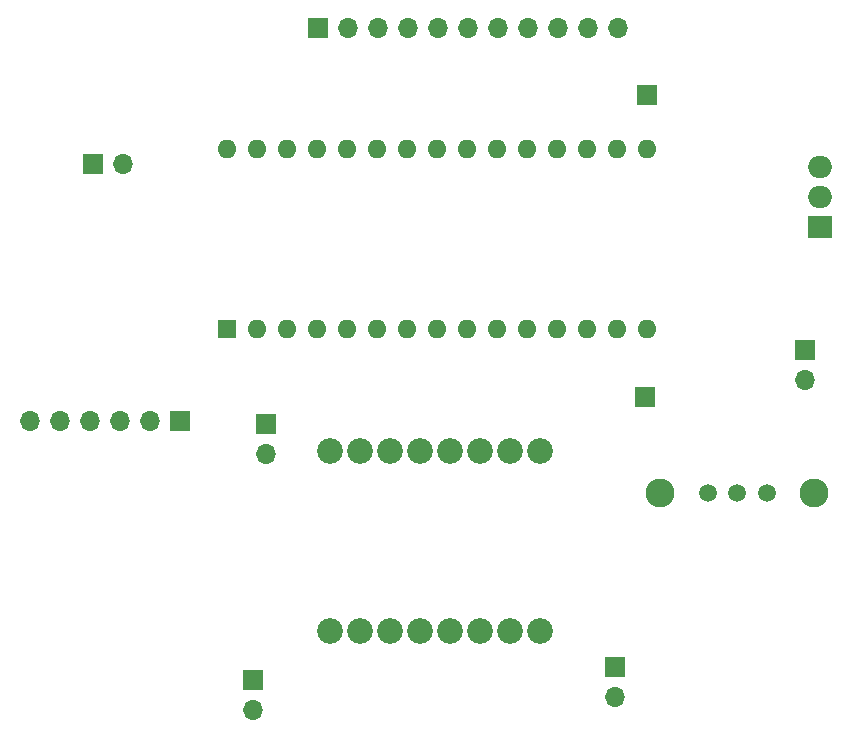
<source format=gbr>
%TF.GenerationSoftware,KiCad,Pcbnew,8.0.0*%
%TF.CreationDate,2024-06-20T18:12:00-03:00*%
%TF.ProjectId,LineFollowerRCX,4c696e65-466f-46c6-9c6f-776572524358,rev?*%
%TF.SameCoordinates,Original*%
%TF.FileFunction,Soldermask,Top*%
%TF.FilePolarity,Negative*%
%FSLAX46Y46*%
G04 Gerber Fmt 4.6, Leading zero omitted, Abs format (unit mm)*
G04 Created by KiCad (PCBNEW 8.0.0) date 2024-06-20 18:12:00*
%MOMM*%
%LPD*%
G01*
G04 APERTURE LIST*
%ADD10C,1.512000*%
%ADD11C,2.454000*%
%ADD12C,2.184000*%
%ADD13R,1.700000X1.700000*%
%ADD14R,1.600000X1.600000*%
%ADD15O,1.600000X1.600000*%
%ADD16O,1.700000X1.700000*%
%ADD17R,2.000000X1.905000*%
%ADD18O,2.000000X1.905000*%
G04 APERTURE END LIST*
D10*
%TO.C,S1*%
X182825000Y-130556000D03*
X185325000Y-130556000D03*
X187825000Y-130556000D03*
D11*
X178825000Y-130556000D03*
X191825000Y-130556000D03*
%TD*%
D12*
%TO.C,U1*%
X150876000Y-142240000D03*
X153416000Y-142240000D03*
X155956000Y-142240000D03*
X158496000Y-142240000D03*
X161036000Y-142240000D03*
X163576000Y-142240000D03*
X166116000Y-142240000D03*
X168656000Y-142240000D03*
X168656000Y-127000000D03*
X166116000Y-127000000D03*
X163576000Y-127000000D03*
X161036000Y-127000000D03*
X158496000Y-127000000D03*
X155956000Y-127000000D03*
X153416000Y-127000000D03*
X150876000Y-127000000D03*
%TD*%
D13*
%TO.C,J7*%
X177673000Y-96901000D03*
%TD*%
%TO.C,J8*%
X177546000Y-122428000D03*
%TD*%
D14*
%TO.C,A2*%
X142113000Y-116703000D03*
D15*
X144653000Y-116703000D03*
X147193000Y-116703000D03*
X149733000Y-116703000D03*
X152273000Y-116703000D03*
X154813000Y-116703000D03*
X157353000Y-116703000D03*
X159893000Y-116703000D03*
X162433000Y-116703000D03*
X164973000Y-116703000D03*
X167513000Y-116703000D03*
X170053000Y-116703000D03*
X172593000Y-116703000D03*
X175133000Y-116703000D03*
X177673000Y-116703000D03*
X177673000Y-101463000D03*
X175133000Y-101463000D03*
X172593000Y-101463000D03*
X170053000Y-101463000D03*
X167513000Y-101463000D03*
X164973000Y-101463000D03*
X162433000Y-101463000D03*
X159893000Y-101463000D03*
X157353000Y-101463000D03*
X154813000Y-101463000D03*
X152273000Y-101463000D03*
X149733000Y-101463000D03*
X147193000Y-101463000D03*
X144653000Y-101463000D03*
X142113000Y-101463000D03*
%TD*%
D13*
%TO.C,J9*%
X130810000Y-102743000D03*
D16*
X133350000Y-102743000D03*
%TD*%
D13*
%TO.C,Bateria1*%
X191033000Y-118511000D03*
D16*
X191033000Y-121051000D03*
%TD*%
D13*
%TO.C,J1*%
X149860000Y-91186000D03*
D16*
X152400000Y-91186000D03*
X154940000Y-91186000D03*
X157480000Y-91186000D03*
X160020000Y-91186000D03*
X162560000Y-91186000D03*
X165100000Y-91186000D03*
X167640000Y-91186000D03*
X170180000Y-91186000D03*
X172720000Y-91186000D03*
X175260000Y-91186000D03*
%TD*%
D13*
%TO.C,J2*%
X175006000Y-145288000D03*
D16*
X175006000Y-147828000D03*
%TD*%
D17*
%TO.C,U2*%
X192334000Y-108077000D03*
D18*
X192334000Y-105537000D03*
X192334000Y-102997000D03*
%TD*%
D13*
%TO.C,J4*%
X138176000Y-124460000D03*
D16*
X135636000Y-124460000D03*
X133096000Y-124460000D03*
X130556000Y-124460000D03*
X128016000Y-124460000D03*
X125476000Y-124460000D03*
%TD*%
D13*
%TO.C,J3*%
X144297000Y-146451000D03*
D16*
X144297000Y-148991000D03*
%TD*%
D13*
%TO.C,J10*%
X145415000Y-124714000D03*
D16*
X145415000Y-127254000D03*
%TD*%
M02*

</source>
